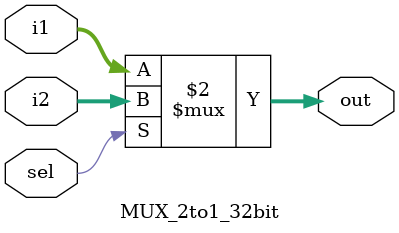
<source format=v>

module MUX_2to1_32bit(i1, i2, sel, out);

input wire[0:0] sel;
input wire[31:0] i1, i2;
output wire[31:0] out;

assign out = (sel==1'b0) ? i1 : i2;


endmodule

</source>
